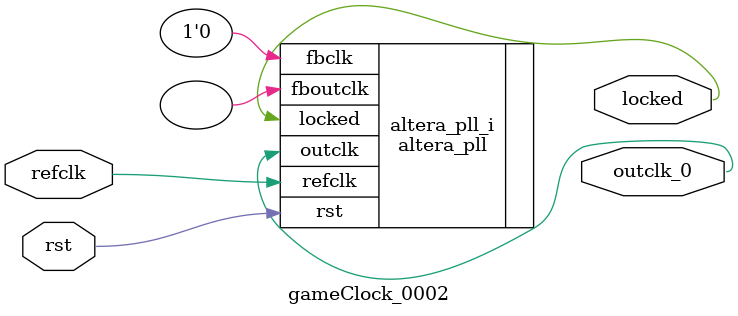
<source format=v>
`timescale 1ns/10ps
module  gameClock_0002(

	// interface 'refclk'
	input wire refclk,

	// interface 'reset'
	input wire rst,

	// interface 'outclk0'
	output wire outclk_0,

	// interface 'locked'
	output wire locked
);

	altera_pll #(
		.fractional_vco_multiplier("false"),
		.reference_clock_frequency("50.0 MHz"),
		.operation_mode("direct"),
		.number_of_clocks(1),
		.output_clock_frequency0("3.125000 MHz"),
		.phase_shift0("0 ps"),
		.duty_cycle0(50),
		.output_clock_frequency1("0 MHz"),
		.phase_shift1("0 ps"),
		.duty_cycle1(50),
		.output_clock_frequency2("0 MHz"),
		.phase_shift2("0 ps"),
		.duty_cycle2(50),
		.output_clock_frequency3("0 MHz"),
		.phase_shift3("0 ps"),
		.duty_cycle3(50),
		.output_clock_frequency4("0 MHz"),
		.phase_shift4("0 ps"),
		.duty_cycle4(50),
		.output_clock_frequency5("0 MHz"),
		.phase_shift5("0 ps"),
		.duty_cycle5(50),
		.output_clock_frequency6("0 MHz"),
		.phase_shift6("0 ps"),
		.duty_cycle6(50),
		.output_clock_frequency7("0 MHz"),
		.phase_shift7("0 ps"),
		.duty_cycle7(50),
		.output_clock_frequency8("0 MHz"),
		.phase_shift8("0 ps"),
		.duty_cycle8(50),
		.output_clock_frequency9("0 MHz"),
		.phase_shift9("0 ps"),
		.duty_cycle9(50),
		.output_clock_frequency10("0 MHz"),
		.phase_shift10("0 ps"),
		.duty_cycle10(50),
		.output_clock_frequency11("0 MHz"),
		.phase_shift11("0 ps"),
		.duty_cycle11(50),
		.output_clock_frequency12("0 MHz"),
		.phase_shift12("0 ps"),
		.duty_cycle12(50),
		.output_clock_frequency13("0 MHz"),
		.phase_shift13("0 ps"),
		.duty_cycle13(50),
		.output_clock_frequency14("0 MHz"),
		.phase_shift14("0 ps"),
		.duty_cycle14(50),
		.output_clock_frequency15("0 MHz"),
		.phase_shift15("0 ps"),
		.duty_cycle15(50),
		.output_clock_frequency16("0 MHz"),
		.phase_shift16("0 ps"),
		.duty_cycle16(50),
		.output_clock_frequency17("0 MHz"),
		.phase_shift17("0 ps"),
		.duty_cycle17(50),
		.pll_type("General"),
		.pll_subtype("General")
	) altera_pll_i (
		.rst	(rst),
		.outclk	({outclk_0}),
		.locked	(locked),
		.fboutclk	( ),
		.fbclk	(1'b0),
		.refclk	(refclk)
	);
endmodule


</source>
